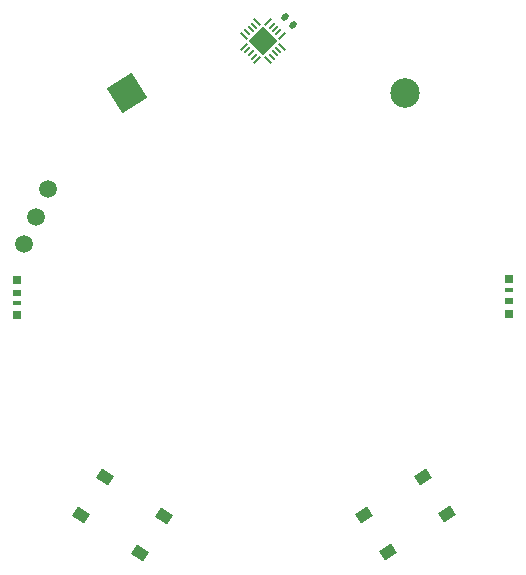
<source format=gbr>
%TF.GenerationSoftware,KiCad,Pcbnew,8.0.5*%
%TF.CreationDate,2025-07-02T22:11:18-04:00*%
%TF.ProjectId,tomorrowland_pendant,746f6d6f-7272-46f7-976c-616e645f7065,rev?*%
%TF.SameCoordinates,Original*%
%TF.FileFunction,Soldermask,Bot*%
%TF.FilePolarity,Negative*%
%FSLAX46Y46*%
G04 Gerber Fmt 4.6, Leading zero omitted, Abs format (unit mm)*
G04 Created by KiCad (PCBNEW 8.0.5) date 2025-07-02 22:11:18*
%MOMM*%
%LPD*%
G01*
G04 APERTURE LIST*
G04 Aperture macros list*
%AMRoundRect*
0 Rectangle with rounded corners*
0 $1 Rounding radius*
0 $2 $3 $4 $5 $6 $7 $8 $9 X,Y pos of 4 corners*
0 Add a 4 corners polygon primitive as box body*
4,1,4,$2,$3,$4,$5,$6,$7,$8,$9,$2,$3,0*
0 Add four circle primitives for the rounded corners*
1,1,$1+$1,$2,$3*
1,1,$1+$1,$4,$5*
1,1,$1+$1,$6,$7*
1,1,$1+$1,$8,$9*
0 Add four rect primitives between the rounded corners*
20,1,$1+$1,$2,$3,$4,$5,0*
20,1,$1+$1,$4,$5,$6,$7,0*
20,1,$1+$1,$6,$7,$8,$9,0*
20,1,$1+$1,$8,$9,$2,$3,0*%
%AMRotRect*
0 Rectangle, with rotation*
0 The origin of the aperture is its center*
0 $1 length*
0 $2 width*
0 $3 Rotation angle, in degrees counterclockwise*
0 Add horizontal line*
21,1,$1,$2,0,0,$3*%
%AMFreePoly0*
4,1,14,0.385355,0.085355,0.400000,0.050000,0.400000,0.000711,0.385355,-0.034644,0.334644,-0.085355,0.299289,-0.100000,-0.350000,-0.100000,-0.385355,-0.085355,-0.400000,-0.050000,-0.400000,0.050000,-0.385355,0.085355,-0.350000,0.100000,0.350000,0.100000,0.385355,0.085355,0.385355,0.085355,$1*%
%AMFreePoly1*
4,1,14,0.334644,0.085355,0.385355,0.034644,0.400000,-0.000711,0.400000,-0.050000,0.385355,-0.085355,0.350000,-0.100000,-0.350000,-0.100000,-0.385355,-0.085355,-0.400000,-0.050000,-0.400000,0.050000,-0.385355,0.085355,-0.350000,0.100000,0.299289,0.100000,0.334644,0.085355,0.334644,0.085355,$1*%
%AMFreePoly2*
4,1,14,0.085355,0.385355,0.100000,0.350000,0.100000,-0.350000,0.085355,-0.385355,0.050000,-0.400000,0.000711,-0.400000,-0.034644,-0.385355,-0.085355,-0.334644,-0.100000,-0.299289,-0.100000,0.350000,-0.085355,0.385355,-0.050000,0.400000,0.050000,0.400000,0.085355,0.385355,0.085355,0.385355,$1*%
%AMFreePoly3*
4,1,14,0.085355,0.385355,0.100000,0.350000,0.100000,-0.299289,0.085355,-0.334644,0.034644,-0.385355,-0.000711,-0.400000,-0.050000,-0.400000,-0.085355,-0.385355,-0.100000,-0.350000,-0.100000,0.350000,-0.085355,0.385355,-0.050000,0.400000,0.050000,0.400000,0.085355,0.385355,0.085355,0.385355,$1*%
%AMFreePoly4*
4,1,14,0.385355,0.085355,0.400000,0.050000,0.400000,-0.050000,0.385355,-0.085355,0.350000,-0.100000,-0.350000,-0.100000,-0.385355,-0.085355,-0.400000,-0.050000,-0.400000,-0.000711,-0.385355,0.034644,-0.334644,0.085355,-0.299289,0.100000,0.350000,0.100000,0.385355,0.085355,0.385355,0.085355,$1*%
%AMFreePoly5*
4,1,14,0.385355,0.085355,0.400000,0.050000,0.400000,-0.050000,0.385355,-0.085355,0.350000,-0.100000,-0.299289,-0.100000,-0.334644,-0.085355,-0.385355,-0.034644,-0.400000,0.000711,-0.400000,0.050000,-0.385355,0.085355,-0.350000,0.100000,0.350000,0.100000,0.385355,0.085355,0.385355,0.085355,$1*%
%AMFreePoly6*
4,1,14,0.034644,0.385355,0.085355,0.334644,0.100000,0.299289,0.100000,-0.350000,0.085355,-0.385355,0.050000,-0.400000,-0.050000,-0.400000,-0.085355,-0.385355,-0.100000,-0.350000,-0.100000,0.350000,-0.085355,0.385355,-0.050000,0.400000,-0.000711,0.400000,0.034644,0.385355,0.034644,0.385355,$1*%
%AMFreePoly7*
4,1,14,0.085355,0.385355,0.100000,0.350000,0.100000,-0.350000,0.085355,-0.385355,0.050000,-0.400000,-0.050000,-0.400000,-0.085355,-0.385355,-0.100000,-0.350000,-0.100000,0.299289,-0.085355,0.334644,-0.034644,0.385355,0.000711,0.400000,0.050000,0.400000,0.085355,0.385355,0.085355,0.385355,$1*%
G04 Aperture macros list end*
%ADD10C,2.500000*%
%ADD11RotRect,2.500000X2.500000X32.000000*%
%ADD12FreePoly0,225.000000*%
%ADD13RoundRect,0.050000X0.212132X0.282843X-0.282843X-0.212132X-0.212132X-0.282843X0.282843X0.212132X0*%
%ADD14FreePoly1,225.000000*%
%ADD15FreePoly2,225.000000*%
%ADD16RoundRect,0.050000X-0.212132X0.282843X-0.282843X0.212132X0.212132X-0.282843X0.282843X-0.212132X0*%
%ADD17FreePoly3,225.000000*%
%ADD18FreePoly4,225.000000*%
%ADD19FreePoly5,225.000000*%
%ADD20FreePoly6,225.000000*%
%ADD21FreePoly7,225.000000*%
%ADD22RotRect,1.700000X1.700000X225.000000*%
%ADD23RoundRect,0.102000X-0.215096X-0.586821X0.623575X-0.042182X0.215096X0.586821X-0.623575X0.042182X0*%
%ADD24R,0.800000X0.750000*%
%ADD25R,0.800000X0.600000*%
%ADD26R,0.800000X0.400000*%
%ADD27R,0.800000X0.800000*%
%ADD28C,1.500000*%
%ADD29RoundRect,0.140000X-0.219203X-0.021213X-0.021213X-0.219203X0.219203X0.021213X0.021213X0.219203X0*%
%ADD30RoundRect,0.102000X-0.623575X-0.042182X0.215096X-0.586821X0.623575X0.042182X-0.215096X0.586821X0*%
G04 APERTURE END LIST*
D10*
%TO.C,J2*%
X162476346Y-90011566D03*
%TD*%
D11*
%TO.C,J1*%
X138856346Y-90041567D03*
%TD*%
D12*
%TO.C,U1*%
X150856955Y-84060195D03*
D13*
X151139798Y-84343037D03*
X151422641Y-84625880D03*
X151705484Y-84908723D03*
D14*
X151988326Y-85191566D03*
D15*
X151988326Y-86110804D03*
D16*
X151705484Y-86393647D03*
X151422641Y-86676490D03*
X151139798Y-86959333D03*
D17*
X150856955Y-87242175D03*
D18*
X149937717Y-87242175D03*
D13*
X149654874Y-86959333D03*
X149372031Y-86676490D03*
X149089188Y-86393647D03*
D19*
X148806346Y-86110804D03*
D20*
X148806346Y-85191566D03*
D16*
X149089188Y-84908723D03*
X149372031Y-84625880D03*
X149654874Y-84343037D03*
D21*
X149937717Y-84060195D03*
D22*
X150397336Y-85651185D03*
%TD*%
D23*
%TO.C,SW1*%
X160998743Y-128936580D03*
X166030766Y-125668746D03*
X158956346Y-125791566D03*
X163988369Y-122523732D03*
%TD*%
D24*
%TO.C,LED19*%
X129606346Y-105841566D03*
D25*
X129606346Y-106966566D03*
D26*
X129606346Y-107846566D03*
D27*
X129606346Y-108826566D03*
%TD*%
D28*
%TO.C,TP3*%
X130216346Y-102861566D03*
%TD*%
%TO.C,TP2*%
X132176346Y-98191566D03*
%TD*%
D24*
%TO.C,LED20*%
X171206346Y-108755566D03*
D25*
X171206346Y-107630566D03*
D26*
X171206346Y-106750566D03*
D27*
X171206346Y-105770566D03*
%TD*%
D29*
%TO.C,C17*%
X152307524Y-83642744D03*
X152986346Y-84321566D03*
%TD*%
D28*
%TO.C,TP1*%
X131176346Y-100521566D03*
%TD*%
D30*
%TO.C,SW2*%
X134969136Y-125730158D03*
X140001160Y-128997990D03*
X137011532Y-122585142D03*
X142043556Y-125852974D03*
%TD*%
M02*

</source>
